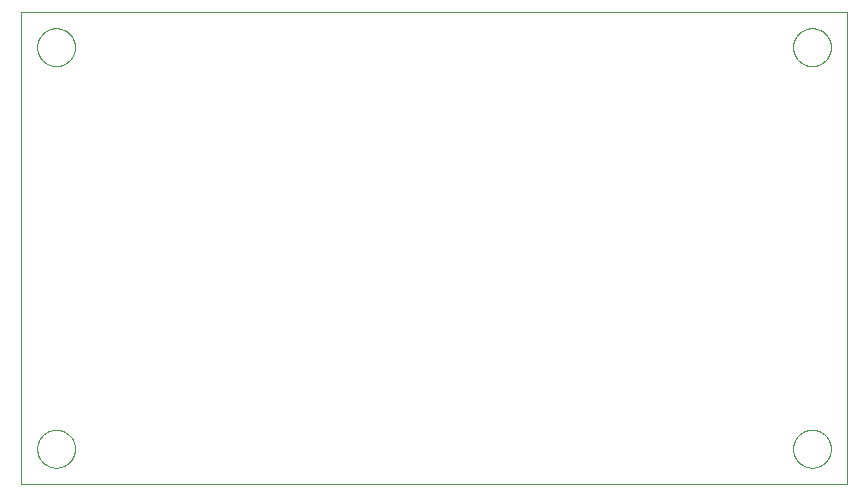
<source format=gbo>
G04 EAGLE Gerber RS-274X export*
G75*
%MOMM*%
%FSLAX34Y34*%
%LPD*%
%INSilk bottom*%
%IPPOS*%
%AMOC8*
5,1,8,0,0,1.08239X$1,22.5*%
G01*
%ADD10C,0.000000*%


D10*
X0Y0D02*
X700000Y0D01*
X700000Y400000D01*
X0Y400000D01*
X0Y0D01*
X14000Y30000D02*
X14005Y30393D01*
X14019Y30785D01*
X14043Y31177D01*
X14077Y31568D01*
X14120Y31959D01*
X14173Y32348D01*
X14236Y32735D01*
X14307Y33121D01*
X14389Y33506D01*
X14479Y33888D01*
X14580Y34267D01*
X14689Y34645D01*
X14808Y35019D01*
X14935Y35390D01*
X15072Y35758D01*
X15218Y36123D01*
X15373Y36484D01*
X15536Y36841D01*
X15708Y37194D01*
X15889Y37542D01*
X16079Y37886D01*
X16276Y38226D01*
X16482Y38560D01*
X16696Y38889D01*
X16919Y39213D01*
X17149Y39531D01*
X17386Y39844D01*
X17632Y40150D01*
X17885Y40451D01*
X18145Y40745D01*
X18412Y41033D01*
X18686Y41314D01*
X18967Y41588D01*
X19255Y41855D01*
X19549Y42115D01*
X19850Y42368D01*
X20156Y42614D01*
X20469Y42851D01*
X20787Y43081D01*
X21111Y43304D01*
X21440Y43518D01*
X21774Y43724D01*
X22114Y43921D01*
X22458Y44111D01*
X22806Y44292D01*
X23159Y44464D01*
X23516Y44627D01*
X23877Y44782D01*
X24242Y44928D01*
X24610Y45065D01*
X24981Y45192D01*
X25355Y45311D01*
X25733Y45420D01*
X26112Y45521D01*
X26494Y45611D01*
X26879Y45693D01*
X27265Y45764D01*
X27652Y45827D01*
X28041Y45880D01*
X28432Y45923D01*
X28823Y45957D01*
X29215Y45981D01*
X29607Y45995D01*
X30000Y46000D01*
X30393Y45995D01*
X30785Y45981D01*
X31177Y45957D01*
X31568Y45923D01*
X31959Y45880D01*
X32348Y45827D01*
X32735Y45764D01*
X33121Y45693D01*
X33506Y45611D01*
X33888Y45521D01*
X34267Y45420D01*
X34645Y45311D01*
X35019Y45192D01*
X35390Y45065D01*
X35758Y44928D01*
X36123Y44782D01*
X36484Y44627D01*
X36841Y44464D01*
X37194Y44292D01*
X37542Y44111D01*
X37886Y43921D01*
X38226Y43724D01*
X38560Y43518D01*
X38889Y43304D01*
X39213Y43081D01*
X39531Y42851D01*
X39844Y42614D01*
X40150Y42368D01*
X40451Y42115D01*
X40745Y41855D01*
X41033Y41588D01*
X41314Y41314D01*
X41588Y41033D01*
X41855Y40745D01*
X42115Y40451D01*
X42368Y40150D01*
X42614Y39844D01*
X42851Y39531D01*
X43081Y39213D01*
X43304Y38889D01*
X43518Y38560D01*
X43724Y38226D01*
X43921Y37886D01*
X44111Y37542D01*
X44292Y37194D01*
X44464Y36841D01*
X44627Y36484D01*
X44782Y36123D01*
X44928Y35758D01*
X45065Y35390D01*
X45192Y35019D01*
X45311Y34645D01*
X45420Y34267D01*
X45521Y33888D01*
X45611Y33506D01*
X45693Y33121D01*
X45764Y32735D01*
X45827Y32348D01*
X45880Y31959D01*
X45923Y31568D01*
X45957Y31177D01*
X45981Y30785D01*
X45995Y30393D01*
X46000Y30000D01*
X45995Y29607D01*
X45981Y29215D01*
X45957Y28823D01*
X45923Y28432D01*
X45880Y28041D01*
X45827Y27652D01*
X45764Y27265D01*
X45693Y26879D01*
X45611Y26494D01*
X45521Y26112D01*
X45420Y25733D01*
X45311Y25355D01*
X45192Y24981D01*
X45065Y24610D01*
X44928Y24242D01*
X44782Y23877D01*
X44627Y23516D01*
X44464Y23159D01*
X44292Y22806D01*
X44111Y22458D01*
X43921Y22114D01*
X43724Y21774D01*
X43518Y21440D01*
X43304Y21111D01*
X43081Y20787D01*
X42851Y20469D01*
X42614Y20156D01*
X42368Y19850D01*
X42115Y19549D01*
X41855Y19255D01*
X41588Y18967D01*
X41314Y18686D01*
X41033Y18412D01*
X40745Y18145D01*
X40451Y17885D01*
X40150Y17632D01*
X39844Y17386D01*
X39531Y17149D01*
X39213Y16919D01*
X38889Y16696D01*
X38560Y16482D01*
X38226Y16276D01*
X37886Y16079D01*
X37542Y15889D01*
X37194Y15708D01*
X36841Y15536D01*
X36484Y15373D01*
X36123Y15218D01*
X35758Y15072D01*
X35390Y14935D01*
X35019Y14808D01*
X34645Y14689D01*
X34267Y14580D01*
X33888Y14479D01*
X33506Y14389D01*
X33121Y14307D01*
X32735Y14236D01*
X32348Y14173D01*
X31959Y14120D01*
X31568Y14077D01*
X31177Y14043D01*
X30785Y14019D01*
X30393Y14005D01*
X30000Y14000D01*
X29607Y14005D01*
X29215Y14019D01*
X28823Y14043D01*
X28432Y14077D01*
X28041Y14120D01*
X27652Y14173D01*
X27265Y14236D01*
X26879Y14307D01*
X26494Y14389D01*
X26112Y14479D01*
X25733Y14580D01*
X25355Y14689D01*
X24981Y14808D01*
X24610Y14935D01*
X24242Y15072D01*
X23877Y15218D01*
X23516Y15373D01*
X23159Y15536D01*
X22806Y15708D01*
X22458Y15889D01*
X22114Y16079D01*
X21774Y16276D01*
X21440Y16482D01*
X21111Y16696D01*
X20787Y16919D01*
X20469Y17149D01*
X20156Y17386D01*
X19850Y17632D01*
X19549Y17885D01*
X19255Y18145D01*
X18967Y18412D01*
X18686Y18686D01*
X18412Y18967D01*
X18145Y19255D01*
X17885Y19549D01*
X17632Y19850D01*
X17386Y20156D01*
X17149Y20469D01*
X16919Y20787D01*
X16696Y21111D01*
X16482Y21440D01*
X16276Y21774D01*
X16079Y22114D01*
X15889Y22458D01*
X15708Y22806D01*
X15536Y23159D01*
X15373Y23516D01*
X15218Y23877D01*
X15072Y24242D01*
X14935Y24610D01*
X14808Y24981D01*
X14689Y25355D01*
X14580Y25733D01*
X14479Y26112D01*
X14389Y26494D01*
X14307Y26879D01*
X14236Y27265D01*
X14173Y27652D01*
X14120Y28041D01*
X14077Y28432D01*
X14043Y28823D01*
X14019Y29215D01*
X14005Y29607D01*
X14000Y30000D01*
X654000Y30000D02*
X654005Y30393D01*
X654019Y30785D01*
X654043Y31177D01*
X654077Y31568D01*
X654120Y31959D01*
X654173Y32348D01*
X654236Y32735D01*
X654307Y33121D01*
X654389Y33506D01*
X654479Y33888D01*
X654580Y34267D01*
X654689Y34645D01*
X654808Y35019D01*
X654935Y35390D01*
X655072Y35758D01*
X655218Y36123D01*
X655373Y36484D01*
X655536Y36841D01*
X655708Y37194D01*
X655889Y37542D01*
X656079Y37886D01*
X656276Y38226D01*
X656482Y38560D01*
X656696Y38889D01*
X656919Y39213D01*
X657149Y39531D01*
X657386Y39844D01*
X657632Y40150D01*
X657885Y40451D01*
X658145Y40745D01*
X658412Y41033D01*
X658686Y41314D01*
X658967Y41588D01*
X659255Y41855D01*
X659549Y42115D01*
X659850Y42368D01*
X660156Y42614D01*
X660469Y42851D01*
X660787Y43081D01*
X661111Y43304D01*
X661440Y43518D01*
X661774Y43724D01*
X662114Y43921D01*
X662458Y44111D01*
X662806Y44292D01*
X663159Y44464D01*
X663516Y44627D01*
X663877Y44782D01*
X664242Y44928D01*
X664610Y45065D01*
X664981Y45192D01*
X665355Y45311D01*
X665733Y45420D01*
X666112Y45521D01*
X666494Y45611D01*
X666879Y45693D01*
X667265Y45764D01*
X667652Y45827D01*
X668041Y45880D01*
X668432Y45923D01*
X668823Y45957D01*
X669215Y45981D01*
X669607Y45995D01*
X670000Y46000D01*
X670393Y45995D01*
X670785Y45981D01*
X671177Y45957D01*
X671568Y45923D01*
X671959Y45880D01*
X672348Y45827D01*
X672735Y45764D01*
X673121Y45693D01*
X673506Y45611D01*
X673888Y45521D01*
X674267Y45420D01*
X674645Y45311D01*
X675019Y45192D01*
X675390Y45065D01*
X675758Y44928D01*
X676123Y44782D01*
X676484Y44627D01*
X676841Y44464D01*
X677194Y44292D01*
X677542Y44111D01*
X677886Y43921D01*
X678226Y43724D01*
X678560Y43518D01*
X678889Y43304D01*
X679213Y43081D01*
X679531Y42851D01*
X679844Y42614D01*
X680150Y42368D01*
X680451Y42115D01*
X680745Y41855D01*
X681033Y41588D01*
X681314Y41314D01*
X681588Y41033D01*
X681855Y40745D01*
X682115Y40451D01*
X682368Y40150D01*
X682614Y39844D01*
X682851Y39531D01*
X683081Y39213D01*
X683304Y38889D01*
X683518Y38560D01*
X683724Y38226D01*
X683921Y37886D01*
X684111Y37542D01*
X684292Y37194D01*
X684464Y36841D01*
X684627Y36484D01*
X684782Y36123D01*
X684928Y35758D01*
X685065Y35390D01*
X685192Y35019D01*
X685311Y34645D01*
X685420Y34267D01*
X685521Y33888D01*
X685611Y33506D01*
X685693Y33121D01*
X685764Y32735D01*
X685827Y32348D01*
X685880Y31959D01*
X685923Y31568D01*
X685957Y31177D01*
X685981Y30785D01*
X685995Y30393D01*
X686000Y30000D01*
X685995Y29607D01*
X685981Y29215D01*
X685957Y28823D01*
X685923Y28432D01*
X685880Y28041D01*
X685827Y27652D01*
X685764Y27265D01*
X685693Y26879D01*
X685611Y26494D01*
X685521Y26112D01*
X685420Y25733D01*
X685311Y25355D01*
X685192Y24981D01*
X685065Y24610D01*
X684928Y24242D01*
X684782Y23877D01*
X684627Y23516D01*
X684464Y23159D01*
X684292Y22806D01*
X684111Y22458D01*
X683921Y22114D01*
X683724Y21774D01*
X683518Y21440D01*
X683304Y21111D01*
X683081Y20787D01*
X682851Y20469D01*
X682614Y20156D01*
X682368Y19850D01*
X682115Y19549D01*
X681855Y19255D01*
X681588Y18967D01*
X681314Y18686D01*
X681033Y18412D01*
X680745Y18145D01*
X680451Y17885D01*
X680150Y17632D01*
X679844Y17386D01*
X679531Y17149D01*
X679213Y16919D01*
X678889Y16696D01*
X678560Y16482D01*
X678226Y16276D01*
X677886Y16079D01*
X677542Y15889D01*
X677194Y15708D01*
X676841Y15536D01*
X676484Y15373D01*
X676123Y15218D01*
X675758Y15072D01*
X675390Y14935D01*
X675019Y14808D01*
X674645Y14689D01*
X674267Y14580D01*
X673888Y14479D01*
X673506Y14389D01*
X673121Y14307D01*
X672735Y14236D01*
X672348Y14173D01*
X671959Y14120D01*
X671568Y14077D01*
X671177Y14043D01*
X670785Y14019D01*
X670393Y14005D01*
X670000Y14000D01*
X669607Y14005D01*
X669215Y14019D01*
X668823Y14043D01*
X668432Y14077D01*
X668041Y14120D01*
X667652Y14173D01*
X667265Y14236D01*
X666879Y14307D01*
X666494Y14389D01*
X666112Y14479D01*
X665733Y14580D01*
X665355Y14689D01*
X664981Y14808D01*
X664610Y14935D01*
X664242Y15072D01*
X663877Y15218D01*
X663516Y15373D01*
X663159Y15536D01*
X662806Y15708D01*
X662458Y15889D01*
X662114Y16079D01*
X661774Y16276D01*
X661440Y16482D01*
X661111Y16696D01*
X660787Y16919D01*
X660469Y17149D01*
X660156Y17386D01*
X659850Y17632D01*
X659549Y17885D01*
X659255Y18145D01*
X658967Y18412D01*
X658686Y18686D01*
X658412Y18967D01*
X658145Y19255D01*
X657885Y19549D01*
X657632Y19850D01*
X657386Y20156D01*
X657149Y20469D01*
X656919Y20787D01*
X656696Y21111D01*
X656482Y21440D01*
X656276Y21774D01*
X656079Y22114D01*
X655889Y22458D01*
X655708Y22806D01*
X655536Y23159D01*
X655373Y23516D01*
X655218Y23877D01*
X655072Y24242D01*
X654935Y24610D01*
X654808Y24981D01*
X654689Y25355D01*
X654580Y25733D01*
X654479Y26112D01*
X654389Y26494D01*
X654307Y26879D01*
X654236Y27265D01*
X654173Y27652D01*
X654120Y28041D01*
X654077Y28432D01*
X654043Y28823D01*
X654019Y29215D01*
X654005Y29607D01*
X654000Y30000D01*
X14000Y370000D02*
X14005Y370393D01*
X14019Y370785D01*
X14043Y371177D01*
X14077Y371568D01*
X14120Y371959D01*
X14173Y372348D01*
X14236Y372735D01*
X14307Y373121D01*
X14389Y373506D01*
X14479Y373888D01*
X14580Y374267D01*
X14689Y374645D01*
X14808Y375019D01*
X14935Y375390D01*
X15072Y375758D01*
X15218Y376123D01*
X15373Y376484D01*
X15536Y376841D01*
X15708Y377194D01*
X15889Y377542D01*
X16079Y377886D01*
X16276Y378226D01*
X16482Y378560D01*
X16696Y378889D01*
X16919Y379213D01*
X17149Y379531D01*
X17386Y379844D01*
X17632Y380150D01*
X17885Y380451D01*
X18145Y380745D01*
X18412Y381033D01*
X18686Y381314D01*
X18967Y381588D01*
X19255Y381855D01*
X19549Y382115D01*
X19850Y382368D01*
X20156Y382614D01*
X20469Y382851D01*
X20787Y383081D01*
X21111Y383304D01*
X21440Y383518D01*
X21774Y383724D01*
X22114Y383921D01*
X22458Y384111D01*
X22806Y384292D01*
X23159Y384464D01*
X23516Y384627D01*
X23877Y384782D01*
X24242Y384928D01*
X24610Y385065D01*
X24981Y385192D01*
X25355Y385311D01*
X25733Y385420D01*
X26112Y385521D01*
X26494Y385611D01*
X26879Y385693D01*
X27265Y385764D01*
X27652Y385827D01*
X28041Y385880D01*
X28432Y385923D01*
X28823Y385957D01*
X29215Y385981D01*
X29607Y385995D01*
X30000Y386000D01*
X30393Y385995D01*
X30785Y385981D01*
X31177Y385957D01*
X31568Y385923D01*
X31959Y385880D01*
X32348Y385827D01*
X32735Y385764D01*
X33121Y385693D01*
X33506Y385611D01*
X33888Y385521D01*
X34267Y385420D01*
X34645Y385311D01*
X35019Y385192D01*
X35390Y385065D01*
X35758Y384928D01*
X36123Y384782D01*
X36484Y384627D01*
X36841Y384464D01*
X37194Y384292D01*
X37542Y384111D01*
X37886Y383921D01*
X38226Y383724D01*
X38560Y383518D01*
X38889Y383304D01*
X39213Y383081D01*
X39531Y382851D01*
X39844Y382614D01*
X40150Y382368D01*
X40451Y382115D01*
X40745Y381855D01*
X41033Y381588D01*
X41314Y381314D01*
X41588Y381033D01*
X41855Y380745D01*
X42115Y380451D01*
X42368Y380150D01*
X42614Y379844D01*
X42851Y379531D01*
X43081Y379213D01*
X43304Y378889D01*
X43518Y378560D01*
X43724Y378226D01*
X43921Y377886D01*
X44111Y377542D01*
X44292Y377194D01*
X44464Y376841D01*
X44627Y376484D01*
X44782Y376123D01*
X44928Y375758D01*
X45065Y375390D01*
X45192Y375019D01*
X45311Y374645D01*
X45420Y374267D01*
X45521Y373888D01*
X45611Y373506D01*
X45693Y373121D01*
X45764Y372735D01*
X45827Y372348D01*
X45880Y371959D01*
X45923Y371568D01*
X45957Y371177D01*
X45981Y370785D01*
X45995Y370393D01*
X46000Y370000D01*
X45995Y369607D01*
X45981Y369215D01*
X45957Y368823D01*
X45923Y368432D01*
X45880Y368041D01*
X45827Y367652D01*
X45764Y367265D01*
X45693Y366879D01*
X45611Y366494D01*
X45521Y366112D01*
X45420Y365733D01*
X45311Y365355D01*
X45192Y364981D01*
X45065Y364610D01*
X44928Y364242D01*
X44782Y363877D01*
X44627Y363516D01*
X44464Y363159D01*
X44292Y362806D01*
X44111Y362458D01*
X43921Y362114D01*
X43724Y361774D01*
X43518Y361440D01*
X43304Y361111D01*
X43081Y360787D01*
X42851Y360469D01*
X42614Y360156D01*
X42368Y359850D01*
X42115Y359549D01*
X41855Y359255D01*
X41588Y358967D01*
X41314Y358686D01*
X41033Y358412D01*
X40745Y358145D01*
X40451Y357885D01*
X40150Y357632D01*
X39844Y357386D01*
X39531Y357149D01*
X39213Y356919D01*
X38889Y356696D01*
X38560Y356482D01*
X38226Y356276D01*
X37886Y356079D01*
X37542Y355889D01*
X37194Y355708D01*
X36841Y355536D01*
X36484Y355373D01*
X36123Y355218D01*
X35758Y355072D01*
X35390Y354935D01*
X35019Y354808D01*
X34645Y354689D01*
X34267Y354580D01*
X33888Y354479D01*
X33506Y354389D01*
X33121Y354307D01*
X32735Y354236D01*
X32348Y354173D01*
X31959Y354120D01*
X31568Y354077D01*
X31177Y354043D01*
X30785Y354019D01*
X30393Y354005D01*
X30000Y354000D01*
X29607Y354005D01*
X29215Y354019D01*
X28823Y354043D01*
X28432Y354077D01*
X28041Y354120D01*
X27652Y354173D01*
X27265Y354236D01*
X26879Y354307D01*
X26494Y354389D01*
X26112Y354479D01*
X25733Y354580D01*
X25355Y354689D01*
X24981Y354808D01*
X24610Y354935D01*
X24242Y355072D01*
X23877Y355218D01*
X23516Y355373D01*
X23159Y355536D01*
X22806Y355708D01*
X22458Y355889D01*
X22114Y356079D01*
X21774Y356276D01*
X21440Y356482D01*
X21111Y356696D01*
X20787Y356919D01*
X20469Y357149D01*
X20156Y357386D01*
X19850Y357632D01*
X19549Y357885D01*
X19255Y358145D01*
X18967Y358412D01*
X18686Y358686D01*
X18412Y358967D01*
X18145Y359255D01*
X17885Y359549D01*
X17632Y359850D01*
X17386Y360156D01*
X17149Y360469D01*
X16919Y360787D01*
X16696Y361111D01*
X16482Y361440D01*
X16276Y361774D01*
X16079Y362114D01*
X15889Y362458D01*
X15708Y362806D01*
X15536Y363159D01*
X15373Y363516D01*
X15218Y363877D01*
X15072Y364242D01*
X14935Y364610D01*
X14808Y364981D01*
X14689Y365355D01*
X14580Y365733D01*
X14479Y366112D01*
X14389Y366494D01*
X14307Y366879D01*
X14236Y367265D01*
X14173Y367652D01*
X14120Y368041D01*
X14077Y368432D01*
X14043Y368823D01*
X14019Y369215D01*
X14005Y369607D01*
X14000Y370000D01*
X654000Y370000D02*
X654005Y370393D01*
X654019Y370785D01*
X654043Y371177D01*
X654077Y371568D01*
X654120Y371959D01*
X654173Y372348D01*
X654236Y372735D01*
X654307Y373121D01*
X654389Y373506D01*
X654479Y373888D01*
X654580Y374267D01*
X654689Y374645D01*
X654808Y375019D01*
X654935Y375390D01*
X655072Y375758D01*
X655218Y376123D01*
X655373Y376484D01*
X655536Y376841D01*
X655708Y377194D01*
X655889Y377542D01*
X656079Y377886D01*
X656276Y378226D01*
X656482Y378560D01*
X656696Y378889D01*
X656919Y379213D01*
X657149Y379531D01*
X657386Y379844D01*
X657632Y380150D01*
X657885Y380451D01*
X658145Y380745D01*
X658412Y381033D01*
X658686Y381314D01*
X658967Y381588D01*
X659255Y381855D01*
X659549Y382115D01*
X659850Y382368D01*
X660156Y382614D01*
X660469Y382851D01*
X660787Y383081D01*
X661111Y383304D01*
X661440Y383518D01*
X661774Y383724D01*
X662114Y383921D01*
X662458Y384111D01*
X662806Y384292D01*
X663159Y384464D01*
X663516Y384627D01*
X663877Y384782D01*
X664242Y384928D01*
X664610Y385065D01*
X664981Y385192D01*
X665355Y385311D01*
X665733Y385420D01*
X666112Y385521D01*
X666494Y385611D01*
X666879Y385693D01*
X667265Y385764D01*
X667652Y385827D01*
X668041Y385880D01*
X668432Y385923D01*
X668823Y385957D01*
X669215Y385981D01*
X669607Y385995D01*
X670000Y386000D01*
X670393Y385995D01*
X670785Y385981D01*
X671177Y385957D01*
X671568Y385923D01*
X671959Y385880D01*
X672348Y385827D01*
X672735Y385764D01*
X673121Y385693D01*
X673506Y385611D01*
X673888Y385521D01*
X674267Y385420D01*
X674645Y385311D01*
X675019Y385192D01*
X675390Y385065D01*
X675758Y384928D01*
X676123Y384782D01*
X676484Y384627D01*
X676841Y384464D01*
X677194Y384292D01*
X677542Y384111D01*
X677886Y383921D01*
X678226Y383724D01*
X678560Y383518D01*
X678889Y383304D01*
X679213Y383081D01*
X679531Y382851D01*
X679844Y382614D01*
X680150Y382368D01*
X680451Y382115D01*
X680745Y381855D01*
X681033Y381588D01*
X681314Y381314D01*
X681588Y381033D01*
X681855Y380745D01*
X682115Y380451D01*
X682368Y380150D01*
X682614Y379844D01*
X682851Y379531D01*
X683081Y379213D01*
X683304Y378889D01*
X683518Y378560D01*
X683724Y378226D01*
X683921Y377886D01*
X684111Y377542D01*
X684292Y377194D01*
X684464Y376841D01*
X684627Y376484D01*
X684782Y376123D01*
X684928Y375758D01*
X685065Y375390D01*
X685192Y375019D01*
X685311Y374645D01*
X685420Y374267D01*
X685521Y373888D01*
X685611Y373506D01*
X685693Y373121D01*
X685764Y372735D01*
X685827Y372348D01*
X685880Y371959D01*
X685923Y371568D01*
X685957Y371177D01*
X685981Y370785D01*
X685995Y370393D01*
X686000Y370000D01*
X685995Y369607D01*
X685981Y369215D01*
X685957Y368823D01*
X685923Y368432D01*
X685880Y368041D01*
X685827Y367652D01*
X685764Y367265D01*
X685693Y366879D01*
X685611Y366494D01*
X685521Y366112D01*
X685420Y365733D01*
X685311Y365355D01*
X685192Y364981D01*
X685065Y364610D01*
X684928Y364242D01*
X684782Y363877D01*
X684627Y363516D01*
X684464Y363159D01*
X684292Y362806D01*
X684111Y362458D01*
X683921Y362114D01*
X683724Y361774D01*
X683518Y361440D01*
X683304Y361111D01*
X683081Y360787D01*
X682851Y360469D01*
X682614Y360156D01*
X682368Y359850D01*
X682115Y359549D01*
X681855Y359255D01*
X681588Y358967D01*
X681314Y358686D01*
X681033Y358412D01*
X680745Y358145D01*
X680451Y357885D01*
X680150Y357632D01*
X679844Y357386D01*
X679531Y357149D01*
X679213Y356919D01*
X678889Y356696D01*
X678560Y356482D01*
X678226Y356276D01*
X677886Y356079D01*
X677542Y355889D01*
X677194Y355708D01*
X676841Y355536D01*
X676484Y355373D01*
X676123Y355218D01*
X675758Y355072D01*
X675390Y354935D01*
X675019Y354808D01*
X674645Y354689D01*
X674267Y354580D01*
X673888Y354479D01*
X673506Y354389D01*
X673121Y354307D01*
X672735Y354236D01*
X672348Y354173D01*
X671959Y354120D01*
X671568Y354077D01*
X671177Y354043D01*
X670785Y354019D01*
X670393Y354005D01*
X670000Y354000D01*
X669607Y354005D01*
X669215Y354019D01*
X668823Y354043D01*
X668432Y354077D01*
X668041Y354120D01*
X667652Y354173D01*
X667265Y354236D01*
X666879Y354307D01*
X666494Y354389D01*
X666112Y354479D01*
X665733Y354580D01*
X665355Y354689D01*
X664981Y354808D01*
X664610Y354935D01*
X664242Y355072D01*
X663877Y355218D01*
X663516Y355373D01*
X663159Y355536D01*
X662806Y355708D01*
X662458Y355889D01*
X662114Y356079D01*
X661774Y356276D01*
X661440Y356482D01*
X661111Y356696D01*
X660787Y356919D01*
X660469Y357149D01*
X660156Y357386D01*
X659850Y357632D01*
X659549Y357885D01*
X659255Y358145D01*
X658967Y358412D01*
X658686Y358686D01*
X658412Y358967D01*
X658145Y359255D01*
X657885Y359549D01*
X657632Y359850D01*
X657386Y360156D01*
X657149Y360469D01*
X656919Y360787D01*
X656696Y361111D01*
X656482Y361440D01*
X656276Y361774D01*
X656079Y362114D01*
X655889Y362458D01*
X655708Y362806D01*
X655536Y363159D01*
X655373Y363516D01*
X655218Y363877D01*
X655072Y364242D01*
X654935Y364610D01*
X654808Y364981D01*
X654689Y365355D01*
X654580Y365733D01*
X654479Y366112D01*
X654389Y366494D01*
X654307Y366879D01*
X654236Y367265D01*
X654173Y367652D01*
X654120Y368041D01*
X654077Y368432D01*
X654043Y368823D01*
X654019Y369215D01*
X654005Y369607D01*
X654000Y370000D01*
M02*

</source>
